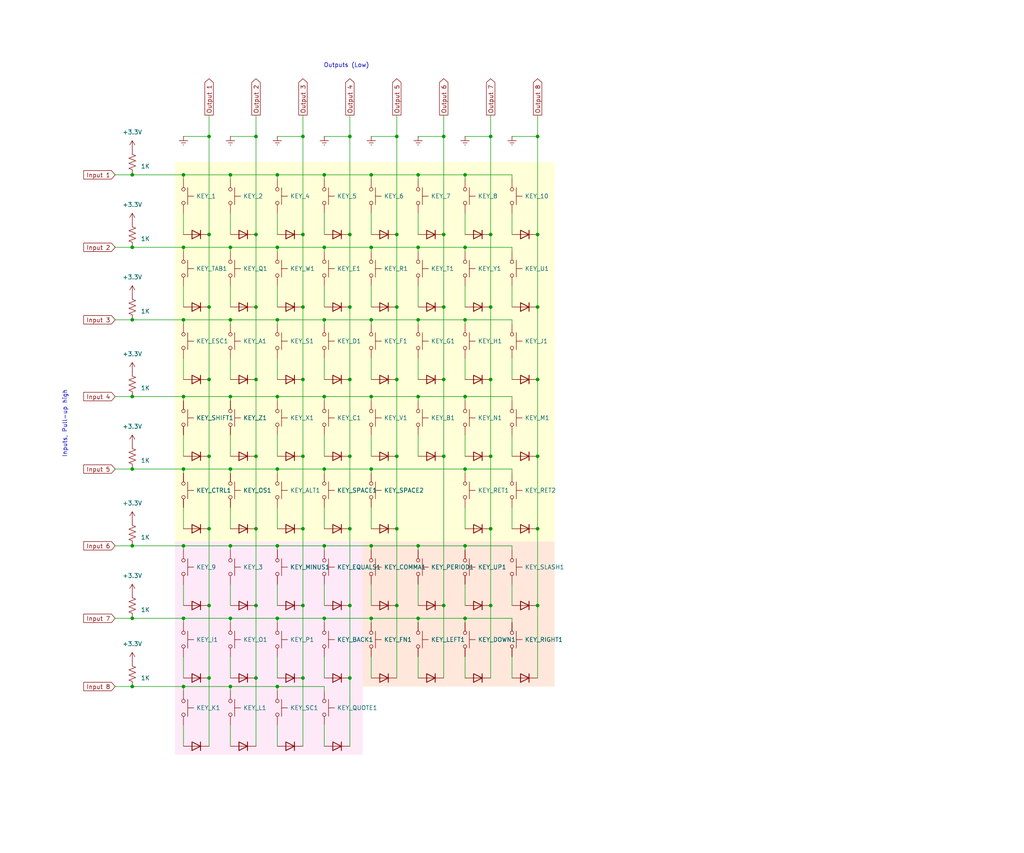
<source format=kicad_sch>
(kicad_sch (version 20250114) (generator "eeschema") (generator_version "9.0")
  (paper "User" 304.8 254)
  (rectangle (start 52.07 48.26) (end 165.1 161.29) (stroke (width -0.0001)) (fill (type color) (color 255 253 7 0.16)))
  (rectangle (start 107.95 161.29) (end 165.1 204.47) (stroke (width -0.0001)) (fill (type color) (color 255 106 27 0.16)))
  (rectangle (start 52.07 161.29) (end 107.95 224.79) (stroke (width -0.0001)) (fill (type color) (color 239 32 177 0.1)))
  (text "Inputs, Pull-up high" (at 19.304 126.238 90) (effects (font (size 1.27 1.27))))
  (text "Outputs (Low)" (at 103.124 19.558 0) (effects (font (size 1.27 1.27))))
  (junction (at 62.23 40.64))
  (junction (at 90.17 91.44))
  (junction (at 124.46 52.07))
  (junction (at 76.2 91.44))
  (junction (at 90.17 180.34))
  (junction (at 118.11 157.48))
  (junction (at 76.2 135.89))
  (junction (at 104.14 69.85))
  (junction (at 110.49 52.07))
  (junction (at 160.02 180.34))
  (junction (at 82.55 73.66))
  (junction (at 54.61 139.7))
  (junction (at 118.11 135.89))
  (junction (at 39.37 73.66))
  (junction (at 104.14 91.44))
  (junction (at 124.46 118.11))
  (junction (at 62.23 113.03))
  (junction (at 146.05 180.34))
  (junction (at 138.43 73.66))
  (junction (at 68.58 73.66))
  (junction (at 110.49 73.66))
  (junction (at 39.37 139.7))
  (junction (at 76.2 69.85))
  (junction (at 90.17 135.89))
  (junction (at 132.08 91.44))
  (junction (at 146.05 40.64))
  (junction (at 132.08 180.34))
  (junction (at 110.49 118.11))
  (junction (at 76.2 157.48))
  (junction (at 68.58 184.15))
  (junction (at 146.05 157.48))
  (junction (at 124.46 95.25))
  (junction (at 104.14 180.34))
  (junction (at 138.43 52.07))
  (junction (at 118.11 69.85))
  (junction (at 138.43 95.25))
  (junction (at 90.17 201.93))
  (junction (at 96.52 52.07))
  (junction (at 104.14 201.93))
  (junction (at 132.08 135.89))
  (junction (at 82.55 162.56))
  (junction (at 146.05 69.85))
  (junction (at 90.17 113.03))
  (junction (at 54.61 118.11))
  (junction (at 68.58 52.07))
  (junction (at 62.23 69.85))
  (junction (at 68.58 139.7))
  (junction (at 68.58 95.25))
  (junction (at 54.61 204.47))
  (junction (at 160.02 135.89))
  (junction (at 90.17 69.85))
  (junction (at 39.37 95.25))
  (junction (at 118.11 113.03))
  (junction (at 76.2 113.03))
  (junction (at 132.08 113.03))
  (junction (at 110.49 139.7))
  (junction (at 90.17 157.48))
  (junction (at 160.02 40.64))
  (junction (at 96.52 162.56))
  (junction (at 160.02 157.48))
  (junction (at 54.61 184.15))
  (junction (at 110.49 184.15))
  (junction (at 110.49 162.56))
  (junction (at 39.37 52.07))
  (junction (at 82.55 95.25))
  (junction (at 124.46 184.15))
  (junction (at 82.55 118.11))
  (junction (at 62.23 201.93))
  (junction (at 160.02 69.85))
  (junction (at 82.55 52.07))
  (junction (at 146.05 135.89))
  (junction (at 39.37 162.56))
  (junction (at 76.2 201.93))
  (junction (at 104.14 113.03))
  (junction (at 138.43 162.56))
  (junction (at 62.23 135.89))
  (junction (at 132.08 40.64))
  (junction (at 96.52 95.25))
  (junction (at 110.49 95.25))
  (junction (at 96.52 118.11))
  (junction (at 104.14 40.64))
  (junction (at 160.02 113.03))
  (junction (at 54.61 73.66))
  (junction (at 82.55 184.15))
  (junction (at 138.43 184.15))
  (junction (at 96.52 184.15))
  (junction (at 54.61 95.25))
  (junction (at 54.61 162.56))
  (junction (at 54.61 52.07))
  (junction (at 68.58 118.11))
  (junction (at 82.55 139.7))
  (junction (at 76.2 40.64))
  (junction (at 39.37 204.47))
  (junction (at 62.23 180.34))
  (junction (at 68.58 204.47))
  (junction (at 104.14 135.89))
  (junction (at 146.05 113.03))
  (junction (at 96.52 139.7))
  (junction (at 132.08 69.85))
  (junction (at 118.11 180.34))
  (junction (at 39.37 118.11))
  (junction (at 138.43 139.7))
  (junction (at 118.11 91.44))
  (junction (at 146.05 91.44))
  (junction (at 76.2 180.34))
  (junction (at 62.23 91.44))
  (junction (at 90.17 40.64))
  (junction (at 82.55 204.47))
  (junction (at 118.11 40.64))
  (junction (at 160.02 91.44))
  (junction (at 62.23 157.48))
  (junction (at 104.14 157.48))
  (junction (at 96.52 73.66))
  (junction (at 68.58 162.56))
  (junction (at 124.46 162.56))
  (junction (at 124.46 73.66))
  (junction (at 39.37 184.15))
  (junction (at 138.43 118.11))
  (wire (pts (xy 39.37 204.47) (xy 54.61 204.47)))
  (wire (pts (xy 90.17 34.29) (xy 90.17 40.64)))
  (wire (pts (xy 76.2 201.93) (xy 76.2 222.25)))
  (wire (pts (xy 124.46 52.07) (xy 138.43 52.07)))
  (wire (pts (xy 132.08 135.89) (xy 132.08 180.34)))
  (wire (pts (xy 146.05 69.85) (xy 146.05 91.44)))
  (wire (pts (xy 160.02 34.29) (xy 160.02 40.64)))
  (wire (pts (xy 62.23 34.29) (xy 62.23 40.64)))
  (wire (pts (xy 138.43 180.34) (xy 138.43 173.99)))
  (wire (pts (xy 68.58 73.66) (xy 82.55 73.66)))
  (wire (pts (xy 54.61 157.48) (xy 54.61 151.13)))
  (wire (pts (xy 152.4 119.38) (xy 152.4 118.11)))
  (wire (pts (xy 152.4 180.34) (xy 152.4 173.99)))
  (wire (pts (xy 124.46 135.89) (xy 124.46 129.54)))
  (wire (pts (xy 54.61 74.93) (xy 54.61 73.66)))
  (wire (pts (xy 138.43 163.83) (xy 138.43 162.56)))
  (wire (pts (xy 62.23 201.93) (xy 62.23 222.25)))
  (wire (pts (xy 82.55 118.11) (xy 96.52 118.11)))
  (wire (pts (xy 132.08 40.64) (xy 132.08 69.85)))
  (wire (pts (xy 104.14 113.03) (xy 104.14 135.89)))
  (wire (pts (xy 96.52 53.34) (xy 96.52 52.07)))
  (wire (pts (xy 90.17 113.03) (xy 90.17 135.89)))
  (wire (pts (xy 124.46 184.15) (xy 138.43 184.15)))
  (wire (pts (xy 96.52 74.93) (xy 96.52 73.66)))
  (wire (pts (xy 82.55 74.93) (xy 82.55 73.66)))
  (wire (pts (xy 34.29 184.15) (xy 39.37 184.15)))
  (wire (pts (xy 110.49 139.7) (xy 138.43 139.7)))
  (wire (pts (xy 34.29 118.11) (xy 39.37 118.11)))
  (wire (pts (xy 110.49 163.83) (xy 110.49 162.56)))
  (wire (pts (xy 152.4 185.42) (xy 152.4 184.15)))
  (wire (pts (xy 124.46 185.42) (xy 124.46 184.15)))
  (wire (pts (xy 68.58 96.52) (xy 68.58 95.25)))
  (wire (pts (xy 138.43 52.07) (xy 152.4 52.07)))
  (wire (pts (xy 124.46 180.34) (xy 124.46 173.99)))
  (wire (pts (xy 146.05 40.64) (xy 146.05 69.85)))
  (wire (pts (xy 110.49 162.56) (xy 124.46 162.56)))
  (wire (pts (xy 152.4 135.89) (xy 152.4 129.54)))
  (wire (pts (xy 152.4 113.03) (xy 152.4 106.68)))
  (wire (pts (xy 110.49 180.34) (xy 110.49 173.99)))
  (wire (pts (xy 54.61 52.07) (xy 68.58 52.07)))
  (wire (pts (xy 68.58 119.38) (xy 68.58 118.11)))
  (wire (pts (xy 96.52 201.93) (xy 96.52 195.58)))
  (wire (pts (xy 68.58 163.83) (xy 68.58 162.56)))
  (wire (pts (xy 124.46 163.83) (xy 124.46 162.56)))
  (wire (pts (xy 68.58 135.89) (xy 68.58 129.54)))
  (wire (pts (xy 82.55 184.15) (xy 96.52 184.15)))
  (wire (pts (xy 152.4 140.97) (xy 152.4 139.7)))
  (wire (pts (xy 110.49 73.66) (xy 124.46 73.66)))
  (wire (pts (xy 82.55 135.89) (xy 82.55 129.54)))
  (wire (pts (xy 68.58 118.11) (xy 82.55 118.11)))
  (wire (pts (xy 82.55 53.34) (xy 82.55 52.07)))
  (wire (pts (xy 110.49 74.93) (xy 110.49 73.66)))
  (wire (pts (xy 104.14 201.93) (xy 104.14 222.25)))
  (wire (pts (xy 152.4 163.83) (xy 152.4 162.56)))
  (wire (pts (xy 54.61 204.47) (xy 68.58 204.47)))
  (wire (pts (xy 96.52 185.42) (xy 96.52 184.15)))
  (wire (pts (xy 110.49 53.34) (xy 110.49 52.07)))
  (wire (pts (xy 96.52 96.52) (xy 96.52 95.25)))
  (wire (pts (xy 160.02 157.48) (xy 160.02 180.34)))
  (wire (pts (xy 39.37 162.56) (xy 54.61 162.56)))
  (wire (pts (xy 138.43 157.48) (xy 138.43 151.13)))
  (wire (pts (xy 54.61 40.64) (xy 62.23 40.64)))
  (wire (pts (xy 62.23 91.44) (xy 62.23 113.03)))
  (wire (pts (xy 54.61 135.89) (xy 54.61 129.54)))
  (wire (pts (xy 54.61 96.52) (xy 54.61 95.25)))
  (wire (pts (xy 76.2 91.44) (xy 76.2 113.03)))
  (wire (pts (xy 138.43 184.15) (xy 152.4 184.15)))
  (wire (pts (xy 118.11 34.29) (xy 118.11 40.64)))
  (wire (pts (xy 110.49 118.11) (xy 124.46 118.11)))
  (wire (pts (xy 68.58 113.03) (xy 68.58 106.68)))
  (wire (pts (xy 104.14 34.29) (xy 104.14 40.64)))
  (wire (pts (xy 96.52 113.03) (xy 96.52 106.68)))
  (wire (pts (xy 68.58 52.07) (xy 82.55 52.07)))
  (wire (pts (xy 68.58 180.34) (xy 68.58 173.99)))
  (wire (pts (xy 96.52 205.74) (xy 96.52 204.47)))
  (wire (pts (xy 54.61 185.42) (xy 54.61 184.15)))
  (wire (pts (xy 124.46 69.85) (xy 124.46 63.5)))
  (wire (pts (xy 118.11 135.89) (xy 118.11 157.48)))
  (wire (pts (xy 68.58 74.93) (xy 68.58 73.66)))
  (wire (pts (xy 146.05 135.89) (xy 146.05 157.48)))
  (wire (pts (xy 34.29 73.66) (xy 39.37 73.66)))
  (wire (pts (xy 76.2 113.03) (xy 76.2 135.89)))
  (wire (pts (xy 132.08 113.03) (xy 132.08 135.89)))
  (wire (pts (xy 90.17 180.34) (xy 90.17 201.93)))
  (wire (pts (xy 76.2 135.89) (xy 76.2 157.48)))
  (wire (pts (xy 118.11 91.44) (xy 118.11 113.03)))
  (wire (pts (xy 152.4 201.93) (xy 152.4 195.58)))
  (wire (pts (xy 124.46 53.34) (xy 124.46 52.07)))
  (wire (pts (xy 152.4 91.44) (xy 152.4 85.09)))
  (wire (pts (xy 104.14 91.44) (xy 104.14 113.03)))
  (wire (pts (xy 110.49 113.03) (xy 110.49 106.68)))
  (wire (pts (xy 118.11 180.34) (xy 118.11 201.93)))
  (wire (pts (xy 132.08 91.44) (xy 132.08 113.03)))
  (wire (pts (xy 124.46 96.52) (xy 124.46 95.25)))
  (wire (pts (xy 68.58 53.34) (xy 68.58 52.07)))
  (wire (pts (xy 68.58 139.7) (xy 82.55 139.7)))
  (wire (pts (xy 138.43 118.11) (xy 152.4 118.11)))
  (wire (pts (xy 82.55 180.34) (xy 82.55 173.99)))
  (wire (pts (xy 76.2 157.48) (xy 76.2 180.34)))
  (wire (pts (xy 132.08 180.34) (xy 132.08 201.93)))
  (wire (pts (xy 96.52 163.83) (xy 96.52 162.56)))
  (wire (pts (xy 96.52 119.38) (xy 96.52 118.11)))
  (wire (pts (xy 110.49 135.89) (xy 110.49 129.54)))
  (wire (pts (xy 90.17 91.44) (xy 90.17 113.03)))
  (wire (pts (xy 82.55 139.7) (xy 96.52 139.7)))
  (wire (pts (xy 54.61 113.03) (xy 54.61 106.68)))
  (wire (pts (xy 152.4 96.52) (xy 152.4 95.25)))
  (wire (pts (xy 96.52 52.07) (xy 110.49 52.07)))
  (wire (pts (xy 124.46 113.03) (xy 124.46 106.68)))
  (wire (pts (xy 110.49 91.44) (xy 110.49 85.09)))
  (wire (pts (xy 124.46 118.11) (xy 138.43 118.11)))
  (wire (pts (xy 118.11 69.85) (xy 118.11 91.44)))
  (wire (pts (xy 110.49 52.07) (xy 124.46 52.07)))
  (wire (pts (xy 54.61 95.25) (xy 68.58 95.25)))
  (wire (pts (xy 68.58 204.47) (xy 82.55 204.47)))
  (wire (pts (xy 152.4 53.34) (xy 152.4 52.07)))
  (wire (pts (xy 110.49 119.38) (xy 110.49 118.11)))
  (wire (pts (xy 138.43 162.56) (xy 152.4 162.56)))
  (wire (pts (xy 110.49 185.42) (xy 110.49 184.15)))
  (wire (pts (xy 34.29 139.7) (xy 39.37 139.7)))
  (wire (pts (xy 82.55 91.44) (xy 82.55 85.09)))
  (wire (pts (xy 160.02 91.44) (xy 160.02 113.03)))
  (wire (pts (xy 68.58 201.93) (xy 68.58 195.58)))
  (wire (pts (xy 68.58 40.64) (xy 76.2 40.64)))
  (wire (pts (xy 124.46 119.38) (xy 124.46 118.11)))
  (wire (pts (xy 138.43 73.66) (xy 152.4 73.66)))
  (wire (pts (xy 124.46 91.44) (xy 124.46 85.09)))
  (wire (pts (xy 160.02 113.03) (xy 160.02 135.89)))
  (wire (pts (xy 54.61 162.56) (xy 68.58 162.56)))
  (wire (pts (xy 160.02 180.34) (xy 160.02 201.93)))
  (wire (pts (xy 54.61 163.83) (xy 54.61 162.56)))
  (wire (pts (xy 82.55 95.25) (xy 96.52 95.25)))
  (wire (pts (xy 124.46 162.56) (xy 138.43 162.56)))
  (wire (pts (xy 110.49 95.25) (xy 124.46 95.25)))
  (wire (pts (xy 110.49 201.93) (xy 110.49 195.58)))
  (wire (pts (xy 104.14 40.64) (xy 104.14 69.85)))
  (wire (pts (xy 96.52 135.89) (xy 96.52 129.54)))
  (wire (pts (xy 82.55 140.97) (xy 82.55 139.7)))
  (wire (pts (xy 138.43 53.34) (xy 138.43 52.07)))
  (wire (pts (xy 124.46 73.66) (xy 138.43 73.66)))
  (wire (pts (xy 96.52 162.56) (xy 110.49 162.56)))
  (wire (pts (xy 34.29 204.47) (xy 39.37 204.47)))
  (wire (pts (xy 138.43 201.93) (xy 138.43 195.58)))
  (wire (pts (xy 68.58 184.15) (xy 82.55 184.15)))
  (wire (pts (xy 39.37 73.66) (xy 54.61 73.66)))
  (wire (pts (xy 160.02 69.85) (xy 160.02 91.44)))
  (wire (pts (xy 82.55 185.42) (xy 82.55 184.15)))
  (wire (pts (xy 104.14 157.48) (xy 104.14 180.34)))
  (wire (pts (xy 138.43 95.25) (xy 152.4 95.25)))
  (wire (pts (xy 54.61 119.38) (xy 54.61 118.11)))
  (wire (pts (xy 124.46 40.64) (xy 132.08 40.64)))
  (wire (pts (xy 54.61 184.15) (xy 68.58 184.15)))
  (wire (pts (xy 68.58 91.44) (xy 68.58 85.09)))
  (wire (pts (xy 96.52 139.7) (xy 110.49 139.7)))
  (wire (pts (xy 82.55 113.03) (xy 82.55 106.68)))
  (wire (pts (xy 62.23 113.03) (xy 62.23 135.89)))
  (wire (pts (xy 110.49 96.52) (xy 110.49 95.25)))
  (wire (pts (xy 90.17 69.85) (xy 90.17 91.44)))
  (wire (pts (xy 54.61 139.7) (xy 68.58 139.7)))
  (wire (pts (xy 82.55 52.07) (xy 96.52 52.07)))
  (wire (pts (xy 90.17 135.89) (xy 90.17 157.48)))
  (wire (pts (xy 96.52 95.25) (xy 110.49 95.25)))
  (wire (pts (xy 68.58 157.48) (xy 68.58 151.13)))
  (wire (pts (xy 138.43 69.85) (xy 138.43 63.5)))
  (wire (pts (xy 68.58 185.42) (xy 68.58 184.15)))
  (wire (pts (xy 138.43 40.64) (xy 146.05 40.64)))
  (wire (pts (xy 96.52 118.11) (xy 110.49 118.11)))
  (wire (pts (xy 118.11 113.03) (xy 118.11 135.89)))
  (wire (pts (xy 152.4 40.64) (xy 160.02 40.64)))
  (wire (pts (xy 62.23 157.48) (xy 62.23 180.34)))
  (wire (pts (xy 160.02 135.89) (xy 160.02 157.48)))
  (wire (pts (xy 82.55 73.66) (xy 96.52 73.66)))
  (wire (pts (xy 152.4 69.85) (xy 152.4 63.5)))
  (wire (pts (xy 82.55 205.74) (xy 82.55 204.47)))
  (wire (pts (xy 68.58 162.56) (xy 82.55 162.56)))
  (wire (pts (xy 138.43 119.38) (xy 138.43 118.11)))
  (wire (pts (xy 146.05 34.29) (xy 146.05 40.64)))
  (wire (pts (xy 96.52 140.97) (xy 96.52 139.7)))
  (wire (pts (xy 138.43 139.7) (xy 152.4 139.7)))
  (wire (pts (xy 90.17 40.64) (xy 90.17 69.85)))
  (wire (pts (xy 82.55 162.56) (xy 96.52 162.56)))
  (wire (pts (xy 118.11 157.48) (xy 118.11 180.34)))
  (wire (pts (xy 62.23 180.34) (xy 62.23 201.93)))
  (wire (pts (xy 104.14 69.85) (xy 104.14 91.44)))
  (wire (pts (xy 146.05 91.44) (xy 146.05 113.03)))
  (wire (pts (xy 96.52 184.15) (xy 110.49 184.15)))
  (wire (pts (xy 152.4 157.48) (xy 152.4 151.13)))
  (wire (pts (xy 54.61 180.34) (xy 54.61 173.99)))
  (wire (pts (xy 138.43 113.03) (xy 138.43 106.68)))
  (wire (pts (xy 110.49 140.97) (xy 110.49 139.7)))
  (wire (pts (xy 62.23 69.85) (xy 62.23 91.44)))
  (wire (pts (xy 82.55 157.48) (xy 82.55 151.13)))
  (wire (pts (xy 110.49 69.85) (xy 110.49 63.5)))
  (wire (pts (xy 138.43 74.93) (xy 138.43 73.66)))
  (wire (pts (xy 82.55 163.83) (xy 82.55 162.56)))
  (wire (pts (xy 96.52 40.64) (xy 104.14 40.64)))
  (wire (pts (xy 82.55 40.64) (xy 90.17 40.64)))
  (wire (pts (xy 54.61 140.97) (xy 54.61 139.7)))
  (wire (pts (xy 146.05 113.03) (xy 146.05 135.89)))
  (wire (pts (xy 82.55 96.52) (xy 82.55 95.25)))
  (wire (pts (xy 124.46 201.93) (xy 124.46 195.58)))
  (wire (pts (xy 39.37 184.15) (xy 54.61 184.15)))
  (wire (pts (xy 34.29 95.25) (xy 39.37 95.25)))
  (wire (pts (xy 54.61 222.25) (xy 54.61 215.9)))
  (wire (pts (xy 82.55 222.25) (xy 82.55 215.9)))
  (wire (pts (xy 54.61 91.44) (xy 54.61 85.09)))
  (wire (pts (xy 138.43 135.89) (xy 138.43 129.54)))
  (wire (pts (xy 54.61 201.93) (xy 54.61 195.58)))
  (wire (pts (xy 110.49 157.48) (xy 110.49 151.13)))
  (wire (pts (xy 124.46 95.25) (xy 138.43 95.25)))
  (wire (pts (xy 110.49 40.64) (xy 118.11 40.64)))
  (wire (pts (xy 82.55 204.47) (xy 96.52 204.47)))
  (wire (pts (xy 110.49 184.15) (xy 124.46 184.15)))
  (wire (pts (xy 124.46 74.93) (xy 124.46 73.66)))
  (wire (pts (xy 96.52 222.25) (xy 96.52 215.9)))
  (wire (pts (xy 96.52 91.44) (xy 96.52 85.09)))
  (wire (pts (xy 54.61 69.85) (xy 54.61 63.5)))
  (wire (pts (xy 76.2 40.64) (xy 76.2 69.85)))
  (wire (pts (xy 68.58 95.25) (xy 82.55 95.25)))
  (wire (pts (xy 68.58 205.74) (xy 68.58 204.47)))
  (wire (pts (xy 62.23 40.64) (xy 62.23 69.85)))
  (wire (pts (xy 76.2 34.29) (xy 76.2 40.64)))
  (wire (pts (xy 138.43 91.44) (xy 138.43 85.09)))
  (wire (pts (xy 96.52 73.66) (xy 110.49 73.66)))
  (wire (pts (xy 39.37 118.11) (xy 54.61 118.11)))
  (wire (pts (xy 90.17 157.48) (xy 90.17 180.34)))
  (wire (pts (xy 54.61 118.11) (xy 68.58 118.11)))
  (wire (pts (xy 104.14 180.34) (xy 104.14 201.93)))
  (wire (pts (xy 118.11 40.64) (xy 118.11 69.85)))
  (wire (pts (xy 90.17 201.93) (xy 90.17 222.25)))
  (wire (pts (xy 39.37 139.7) (xy 54.61 139.7)))
  (wire (pts (xy 96.52 157.48) (xy 96.52 151.13)))
  (wire (pts (xy 96.52 180.34) (xy 96.52 173.99)))
  (wire (pts (xy 146.05 157.48) (xy 146.05 180.34)))
  (wire (pts (xy 82.55 119.38) (xy 82.55 118.11)))
  (wire (pts (xy 160.02 40.64) (xy 160.02 69.85)))
  (wire (pts (xy 82.55 69.85) (xy 82.55 63.5)))
  (wire (pts (xy 34.29 52.07) (xy 39.37 52.07)))
  (wire (pts (xy 138.43 140.97) (xy 138.43 139.7)))
  (wire (pts (xy 62.23 135.89) (xy 62.23 157.48)))
  (wire (pts (xy 68.58 140.97) (xy 68.58 139.7)))
  (wire (pts (xy 146.05 180.34) (xy 146.05 201.93)))
  (wire (pts (xy 152.4 74.93) (xy 152.4 73.66)))
  (wire (pts (xy 132.08 34.29) (xy 132.08 40.64)))
  (wire (pts (xy 104.14 135.89) (xy 104.14 157.48)))
  (wire (pts (xy 54.61 53.34) (xy 54.61 52.07)))
  (wire (pts (xy 138.43 185.42) (xy 138.43 184.15)))
  (wire (pts (xy 54.61 205.74) (xy 54.61 204.47)))
  (wire (pts (xy 76.2 180.34) (xy 76.2 201.93)))
  (wire (pts (xy 68.58 69.85) (xy 68.58 63.5)))
  (wire (pts (xy 54.61 73.66) (xy 68.58 73.66)))
  (wire (pts (xy 39.37 52.07) (xy 54.61 52.07)))
  (wire (pts (xy 34.29 162.56) (xy 39.37 162.56)))
  (wire (pts (xy 76.2 69.85) (xy 76.2 91.44)))
  (wire (pts (xy 39.37 95.25) (xy 54.61 95.25)))
  (wire (pts (xy 96.52 69.85) (xy 96.52 63.5)))
  (wire (pts (xy 68.58 222.25) (xy 68.58 215.9)))
  (wire (pts (xy 138.43 96.52) (xy 138.43 95.25)))
  (wire (pts (xy 82.55 201.93) (xy 82.55 195.58)))
  (wire (pts (xy 132.08 69.85) (xy 132.08 91.44)))
  (global_label "Output 2" (shape output) (at 76.2 34.29 90) (property "Intersheetrefs" "${INTERSHEET_REFS}" (effects (hide yes))))
  (global_label "Output 1" (shape output) (at 62.23 34.29 90) (property "Intersheetrefs" "${INTERSHEET_REFS}" (effects (hide yes))))
  (global_label "Input 1" (shape input) (at 34.29 52.07 180) (property "Intersheetrefs" "${INTERSHEET_REFS}" (effects (hide yes))))
  (global_label "Output 6" (shape output) (at 132.08 34.29 90) (property "Intersheetrefs" "${INTERSHEET_REFS}" (effects (hide yes))))
  (global_label "Input 5" (shape input) (at 34.29 139.7 180) (property "Intersheetrefs" "${INTERSHEET_REFS}" (effects (hide yes))))
  (global_label "Output 8" (shape output) (at 160.02 34.29 90) (property "Intersheetrefs" "${INTERSHEET_REFS}" (effects (hide yes))))
  (global_label "Input 7" (shape input) (at 34.29 184.15 180) (property "Intersheetrefs" "${INTERSHEET_REFS}" (effects (hide yes))))
  (global_label "Output 5" (shape output) (at 118.11 34.29 90) (property "Intersheetrefs" "${INTERSHEET_REFS}" (effects (hide yes))))
  (global_label "Output 4" (shape output) (at 104.14 34.29 90) (property "Intersheetrefs" "${INTERSHEET_REFS}" (effects (hide yes))))
  (global_label "Output 3" (shape output) (at 90.17 34.29 90) (property "Intersheetrefs" "${INTERSHEET_REFS}" (effects (hide yes))))
  (global_label "Input 8" (shape input) (at 34.29 204.47 180) (property "Intersheetrefs" "${INTERSHEET_REFS}" (effects (hide yes))))
  (global_label "Input 6" (shape input) (at 34.29 162.56 180) (property "Intersheetrefs" "${INTERSHEET_REFS}" (effects (hide yes))))
  (global_label "Input 4" (shape input) (at 34.29 118.11 180) (property "Intersheetrefs" "${INTERSHEET_REFS}" (effects (hide yes))))
  (global_label "Input 2" (shape input) (at 34.29 73.66 180) (property "Intersheetrefs" "${INTERSHEET_REFS}" (effects (hide yes))))
  (global_label "Output 7" (shape output) (at 146.05 34.29 90) (property "Intersheetrefs" "${INTERSHEET_REFS}" (effects (hide yes))))
  (global_label "Input 3" (shape input) (at 34.29 95.25 180) (property "Intersheetrefs" "${INTERSHEET_REFS}" (effects (hide yes))))
  (symbol (lib_id "Switch:SW_Push") (at 96.52 168.91 270) (unit 1)
    (property "Reference" "KEY_EQUALS1" (at 100.33 168.9099 90) (effects (justify left)))
    (property "Value" "SW_Push" (effects (hide yes)))
    (property "Description" "Push button switch, generic, two pins" (effects (hide yes)))
  )
  (symbol (lib_id "power:+3.3V") (at 39.37 132.08 0) (unit 1)
    (property "Reference" "#PWR05" (effects (hide yes)))
    (property "Value" "+3.3V" (at 39.37 127 0))
    (property "Description" "Power symbol creates a global label with name \"+3.3V\"" (effects (hide yes)))
  )
  (symbol (lib_id "Switch:SW_Push") (at 110.49 124.46 270) (unit 1)
    (property "Reference" "KEY_V1" (at 114.3 124.4599 90) (effects (justify left)))
    (property "Value" "SW_Push" (effects (hide yes)))
    (property "Description" "Push button switch, generic, two pins" (effects (hide yes)))
  )
  (symbol (lib_id "Device:D") (at 156.21 157.48 180) (unit 1)
    (property "Reference" "D40" (effects (hide yes)))
    (property "Value" "D" (effects (hide yes)))
    (property "Description" "Diode" (effects (hide yes)))
    (property "Sim.Device" "D" (effects (hide yes)))
    (property "Sim.Pins" "1=K 2=A" (effects (hide yes)))
  )
  (symbol (lib_id "Device:D") (at 114.3 135.89 180) (unit 1)
    (property "Reference" "D29" (effects (hide yes)))
    (property "Value" "D" (effects (hide yes)))
    (property "Description" "Diode" (effects (hide yes)))
    (property "Sim.Device" "D" (effects (hide yes)))
    (property "Sim.Pins" "1=K 2=A" (effects (hide yes)))
  )
  (symbol (lib_id "Device:D") (at 100.33 91.44 180) (unit 1)
    (property "Reference" "D12" (effects (hide yes)))
    (property "Value" "D" (effects (hide yes)))
    (property "Description" "Diode" (effects (hide yes)))
    (property "Sim.Device" "D" (effects (hide yes)))
    (property "Sim.Pins" "1=K 2=A" (effects (hide yes)))
  )
  (symbol (lib_id "Switch:SW_Push") (at 68.58 210.82 270) (unit 1)
    (property "Reference" "KEY_L1" (at 72.39 210.8199 90) (effects (justify left)))
    (property "Value" "SW_Push" (effects (hide yes)))
    (property "Description" "Push button switch, generic, two pins" (effects (hide yes)))
  )
  (symbol (lib_id "Device:D") (at 100.33 157.48 180) (unit 1)
    (property "Reference" "D36" (effects (hide yes)))
    (property "Value" "D" (effects (hide yes)))
    (property "Description" "Diode" (effects (hide yes)))
    (property "Sim.Device" "D" (effects (hide yes)))
    (property "Sim.Pins" "1=K 2=A" (effects (hide yes)))
  )
  (symbol (lib_id "Switch:SW_Push") (at 82.55 168.91 270) (unit 1)
    (property "Reference" "KEY_MINUS1" (at 86.36 168.9099 90) (effects (justify left)))
    (property "Value" "SW_Push" (effects (hide yes)))
    (property "Description" "Push button switch, generic, two pins" (effects (hide yes)))
  )
  (symbol (lib_id "Switch:SW_Push") (at 138.43 168.91 270) (unit 1)
    (property "Reference" "KEY_UP1" (at 142.24 168.9099 90) (effects (justify left)))
    (property "Value" "SW_Push" (effects (hide yes)))
    (property "Description" "Push button switch, generic, two pins" (effects (hide yes)))
  )
  (symbol (lib_id "Device:D") (at 86.36 180.34 180) (unit 1)
    (property "Reference" "D43" (effects (hide yes)))
    (property "Value" "D" (effects (hide yes)))
    (property "Description" "Diode" (effects (hide yes)))
    (property "Sim.Device" "D" (effects (hide yes)))
    (property "Sim.Pins" "1=K 2=A" (effects (hide yes)))
  )
  (symbol (lib_id "Switch:SW_Push") (at 152.4 58.42 270) (unit 1)
    (property "Reference" "KEY_10" (at 156.21 58.4199 90) (effects (justify left)))
    (property "Value" "SW_Push" (effects (hide yes)))
    (property "Description" "Push button switch, generic, two pins" (effects (hide yes)))
  )
  (symbol (lib_id "Device:D") (at 128.27 91.44 180) (unit 1)
    (property "Reference" "D14" (effects (hide yes)))
    (property "Value" "D" (effects (hide yes)))
    (property "Description" "Diode" (effects (hide yes)))
    (property "Sim.Device" "D" (effects (hide yes)))
    (property "Sim.Pins" "1=K 2=A" (effects (hide yes)))
  )
  (symbol (lib_id "Switch:SW_Push") (at 124.46 124.46 270) (unit 1)
    (property "Reference" "KEY_B1" (at 128.27 124.4599 90) (effects (justify left)))
    (property "Value" "SW_Push" (effects (hide yes)))
    (property "Description" "Push button switch, generic, two pins" (effects (hide yes)))
  )
  (symbol (lib_id "Switch:SW_Push") (at 68.58 58.42 270) (unit 1)
    (property "Reference" "KEY_2" (at 72.39 58.4199 90) (effects (justify left)))
    (property "Value" "SW_Push" (effects (hide yes)))
    (property "Description" "Push button switch, generic, two pins" (effects (hide yes)))
  )
  (symbol (lib_id "Switch:SW_Push") (at 82.55 80.01 270) (unit 1)
    (property "Reference" "KEY_W1" (at 86.36 80.0099 90) (effects (justify left)))
    (property "Value" "SW_Push" (effects (hide yes)))
    (property "Description" "Push button switch, generic, two pins" (effects (hide yes)))
  )
  (symbol (lib_id "Switch:SW_Push") (at 152.4 190.5 270) (unit 1)
    (property "Reference" "KEY_RIGHT1" (at 156.21 190.4999 90) (effects (justify left)))
    (property "Value" "SW_Push" (effects (hide yes)))
    (property "Description" "Push button switch, generic, two pins" (effects (hide yes)))
  )
  (symbol (lib_id "power:GNDREF") (at 110.49 40.64 0) (unit 1)
    (property "Reference" "#PWR013" (effects (hide yes)))
    (property "Value" "GNDREF" (effects (hide yes)))
    (property "Description" "Power symbol creates a global label with name \"GNDREF\" , reference supply ground" (effects (hide yes)))
  )
  (symbol (lib_id "Device:D") (at 142.24 180.34 180) (unit 1)
    (property "Reference" "D47" (effects (hide yes)))
    (property "Value" "D" (effects (hide yes)))
    (property "Description" "Diode" (effects (hide yes)))
    (property "Sim.Device" "D" (effects (hide yes)))
    (property "Sim.Pins" "1=K 2=A" (effects (hide yes)))
  )
  (symbol (lib_id "Device:D") (at 86.36 91.44 180) (unit 1)
    (property "Reference" "D11" (effects (hide yes)))
    (property "Value" "D" (effects (hide yes)))
    (property "Description" "Diode" (effects (hide yes)))
    (property "Sim.Device" "D" (effects (hide yes)))
    (property "Sim.Pins" "1=K 2=A" (effects (hide yes)))
  )
  (symbol (lib_id "Device:D") (at 156.21 201.93 180) (unit 1)
    (property "Reference" "D56" (effects (hide yes)))
    (property "Value" "D" (effects (hide yes)))
    (property "Description" "Diode" (effects (hide yes)))
    (property "Sim.Device" "D" (effects (hide yes)))
    (property "Sim.Pins" "1=K 2=A" (effects (hide yes)))
  )
  (symbol (lib_id "Device:D") (at 156.21 69.85 180) (unit 1)
    (property "Reference" "D8" (effects (hide yes)))
    (property "Value" "D" (effects (hide yes)))
    (property "Description" "Diode" (effects (hide yes)))
    (property "Sim.Device" "D" (effects (hide yes)))
    (property "Sim.Pins" "1=K 2=A" (effects (hide yes)))
  )
  (symbol (lib_id "Switch:SW_Push") (at 152.4 101.6 270) (unit 1)
    (property "Reference" "KEY_J1" (at 156.21 101.5999 90) (effects (justify left)))
    (property "Value" "SW_Push" (effects (hide yes)))
    (property "Description" "Push button switch, generic, two pins" (effects (hide yes)))
  )
  (symbol (lib_id "Device:D") (at 72.39 113.03 180) (unit 1)
    (property "Reference" "D18" (effects (hide yes)))
    (property "Value" "D" (effects (hide yes)))
    (property "Description" "Diode" (effects (hide yes)))
    (property "Sim.Device" "D" (effects (hide yes)))
    (property "Sim.Pins" "1=K 2=A" (effects (hide yes)))
  )
  (symbol (lib_id "Switch:SW_Push") (at 138.43 58.42 270) (unit 1)
    (property "Reference" "KEY_8" (at 142.24 58.4199 90) (effects (justify left)))
    (property "Value" "SW_Push" (effects (hide yes)))
    (property "Description" "Push button switch, generic, two pins" (effects (hide yes)))
  )
  (symbol (lib_id "Device:D") (at 142.24 69.85 180) (unit 1)
    (property "Reference" "D7" (effects (hide yes)))
    (property "Value" "D" (effects (hide yes)))
    (property "Description" "Diode" (effects (hide yes)))
    (property "Sim.Device" "D" (effects (hide yes)))
    (property "Sim.Pins" "1=K 2=A" (effects (hide yes)))
  )
  (symbol (lib_id "Device:D") (at 72.39 222.25 180) (unit 1)
    (property "Reference" "D58" (effects (hide yes)))
    (property "Value" "D" (effects (hide yes)))
    (property "Description" "Diode" (effects (hide yes)))
    (property "Sim.Device" "D" (effects (hide yes)))
    (property "Sim.Pins" "1=K 2=A" (effects (hide yes)))
  )
  (symbol (lib_id "Device:D") (at 114.3 157.48 180) (unit 1)
    (property "Reference" "D37" (effects (hide yes)))
    (property "Value" "D" (effects (hide yes)))
    (property "Description" "Diode" (effects (hide yes)))
    (property "Sim.Device" "D" (effects (hide yes)))
    (property "Sim.Pins" "1=K 2=A" (effects (hide yes)))
  )
  (symbol (lib_id "Switch:SW_Push") (at 96.52 124.46 270) (unit 1)
    (property "Reference" "KEY_C1" (at 100.33 124.4599 90) (effects (justify left)))
    (property "Value" "SW_Push" (effects (hide yes)))
    (property "Description" "Push button switch, generic, two pins" (effects (hide yes)))
  )
  (symbol (lib_id "Device:D") (at 114.3 201.93 180) (unit 1)
    (property "Reference" "D53" (effects (hide yes)))
    (property "Value" "D" (effects (hide yes)))
    (property "Description" "Diode" (effects (hide yes)))
    (property "Sim.Device" "D" (effects (hide yes)))
    (property "Sim.Pins" "1=K 2=A" (effects (hide yes)))
  )
  (symbol (lib_id "Device:D") (at 58.42 201.93 180) (unit 1)
    (property "Reference" "D49" (effects (hide yes)))
    (property "Value" "D" (effects (hide yes)))
    (property "Description" "Diode" (effects (hide yes)))
    (property "Sim.Device" "D" (effects (hide yes)))
    (property "Sim.Pins" "1=K 2=A" (effects (hide yes)))
  )
  (symbol (lib_id "Switch:SW_Push") (at 138.43 146.05 270) (unit 1)
    (property "Reference" "KEY_RET1" (at 142.24 146.0499 90) (effects (justify left)))
    (property "Value" "SW_Push" (effects (hide yes)))
    (property "Description" "Push button switch, generic, two pins" (effects (hide yes)))
  )
  (symbol (lib_id "Device:D") (at 100.33 180.34 180) (unit 1)
    (property "Reference" "D44" (effects (hide yes)))
    (property "Value" "D" (effects (hide yes)))
    (property "Description" "Diode" (effects (hide yes)))
    (property "Sim.Device" "D" (effects (hide yes)))
    (property "Sim.Pins" "1=K 2=A" (effects (hide yes)))
  )
  (symbol (lib_id "Device:D") (at 128.27 201.93 180) (unit 1)
    (property "Reference" "D54" (effects (hide yes)))
    (property "Value" "D" (effects (hide yes)))
    (property "Description" "Diode" (effects (hide yes)))
    (property "Sim.Device" "D" (effects (hide yes)))
    (property "Sim.Pins" "1=K 2=A" (effects (hide yes)))
  )
  (symbol (lib_id "Device:D") (at 86.36 222.25 180) (unit 1)
    (property "Reference" "D59" (effects (hide yes)))
    (property "Value" "D" (effects (hide yes)))
    (property "Description" "Diode" (effects (hide yes)))
    (property "Sim.Device" "D" (effects (hide yes)))
    (property "Sim.Pins" "1=K 2=A" (effects (hide yes)))
  )
  (symbol (lib_id "Device:D") (at 58.42 135.89 180) (unit 1)
    (property "Reference" "D25" (effects (hide yes)))
    (property "Value" "D" (effects (hide yes)))
    (property "Description" "Diode" (effects (hide yes)))
    (property "Sim.Device" "D" (effects (hide yes)))
    (property "Sim.Pins" "1=K 2=A" (effects (hide yes)))
  )
  (symbol (lib_id "power:+3.3V") (at 39.37 176.53 0) (unit 1)
    (property "Reference" "#PWR07" (effects (hide yes)))
    (property "Value" "+3.3V" (at 39.37 171.45 0))
    (property "Description" "Power symbol creates a global label with name \"+3.3V\"" (effects (hide yes)))
  )
  (symbol (lib_id "Switch:SW_Push") (at 68.58 124.46 270) (unit 1)
    (property "Reference" "KEY_Z1" (at 72.39 124.4599 90) (effects (justify left)))
    (property "Value" "SW_Push" (effects (hide yes)))
    (property "Description" "Push button switch, generic, two pins" (effects (hide yes)))
  )
  (symbol (lib_id "Device:D") (at 100.33 69.85 180) (unit 1)
    (property "Reference" "D4" (effects (hide yes)))
    (property "Value" "D" (effects (hide yes)))
    (property "Description" "Diode" (effects (hide yes)))
    (property "Sim.Device" "D" (effects (hide yes)))
    (property "Sim.Pins" "1=K 2=A" (effects (hide yes)))
  )
  (symbol (lib_id "Switch:SW_Push") (at 54.61 210.82 270) (unit 1)
    (property "Reference" "KEY_K1" (at 58.42 210.8199 90) (effects (justify left)))
    (property "Value" "SW_Push" (effects (hide yes)))
    (property "Description" "Push button switch, generic, two pins" (effects (hide yes)))
  )
  (symbol (lib_id "power:GNDREF") (at 82.55 40.64 0) (unit 1)
    (property "Reference" "#PWR011" (effects (hide yes)))
    (property "Value" "GNDREF" (effects (hide yes)))
    (property "Description" "Power symbol creates a global label with name \"GNDREF\" , reference supply ground" (effects (hide yes)))
  )
  (symbol (lib_id "Switch:SW_Push") (at 152.4 80.01 270) (unit 1)
    (property "Reference" "KEY_U1" (at 156.21 80.0099 90) (effects (justify left)))
    (property "Value" "SW_Push" (effects (hide yes)))
    (property "Description" "Push button switch, generic, two pins" (effects (hide yes)))
  )
  (symbol (lib_id "power:GNDREF") (at 68.58 40.64 0) (unit 1)
    (property "Reference" "#PWR010" (effects (hide yes)))
    (property "Value" "GNDREF" (effects (hide yes)))
    (property "Description" "Power symbol creates a global label with name \"GNDREF\" , reference supply ground" (effects (hide yes)))
  )
  (symbol (lib_id "power:GNDREF") (at 54.61 40.64 0) (unit 1)
    (property "Reference" "#PWR09" (effects (hide yes)))
    (property "Value" "GNDREF" (effects (hide yes)))
    (property "Description" "Power symbol creates a global label with name \"GNDREF\" , reference supply ground" (effects (hide yes)))
  )
  (symbol (lib_id "Switch:SW_Push") (at 110.49 168.91 270) (unit 1)
    (property "Reference" "KEY_COMMA1" (at 114.3 168.9099 90) (effects (justify left)))
    (property "Value" "SW_Push" (effects (hide yes)))
    (property "Description" "Push button switch, generic, two pins" (effects (hide yes)))
  )
  (symbol (lib_id "Device:D") (at 72.39 201.93 180) (unit 1)
    (property "Reference" "D50" (effects (hide yes)))
    (property "Value" "D" (effects (hide yes)))
    (property "Description" "Diode" (effects (hide yes)))
    (property "Sim.Device" "D" (effects (hide yes)))
    (property "Sim.Pins" "1=K 2=A" (effects (hide yes)))
  )
  (symbol (lib_id "Device:D") (at 156.21 91.44 180) (unit 1)
    (property "Reference" "D16" (effects (hide yes)))
    (property "Value" "D" (effects (hide yes)))
    (property "Description" "Diode" (effects (hide yes)))
    (property "Sim.Device" "D" (effects (hide yes)))
    (property "Sim.Pins" "1=K 2=A" (effects (hide yes)))
  )
  (symbol (lib_id "Device:D") (at 128.27 135.89 180) (unit 1)
    (property "Reference" "D30" (effects (hide yes)))
    (property "Value" "D" (effects (hide yes)))
    (property "Description" "Diode" (effects (hide yes)))
    (property "Sim.Device" "D" (effects (hide yes)))
    (property "Sim.Pins" "1=K 2=A" (effects (hide yes)))
  )
  (symbol (lib_id "Switch:SW_Push") (at 82.55 146.05 270) (unit 1)
    (property "Reference" "KEY_ALT1" (at 86.36 146.0499 90) (effects (justify left)))
    (property "Value" "SW_Push" (effects (hide yes)))
    (property "Description" "Push button switch, generic, two pins" (effects (hide yes)))
  )
  (symbol (lib_id "Device:D") (at 72.39 69.85 180) (unit 1)
    (property "Reference" "D2" (effects (hide yes)))
    (property "Value" "D" (effects (hide yes)))
    (property "Description" "Diode" (effects (hide yes)))
    (property "Sim.Device" "D" (effects (hide yes)))
    (property "Sim.Pins" "1=K 2=A" (effects (hide yes)))
  )
  (symbol (lib_id "Device:D") (at 142.24 113.03 180) (unit 1)
    (property "Reference" "D23" (effects (hide yes)))
    (property "Value" "D" (effects (hide yes)))
    (property "Description" "Diode" (effects (hide yes)))
    (property "Sim.Device" "D" (effects (hide yes)))
    (property "Sim.Pins" "1=K 2=A" (effects (hide yes)))
  )
  (symbol (lib_id "Switch:SW_Push") (at 96.52 58.42 270) (unit 1)
    (property "Reference" "KEY_5" (at 100.33 58.4199 90) (effects (justify left)))
    (property "Value" "SW_Push" (effects (hide yes)))
    (property "Description" "Push button switch, generic, two pins" (effects (hide yes)))
  )
  (symbol (lib_id "Device:D") (at 142.24 91.44 180) (unit 1)
    (property "Reference" "D15" (effects (hide yes)))
    (property "Value" "D" (effects (hide yes)))
    (property "Description" "Diode" (effects (hide yes)))
    (property "Sim.Device" "D" (effects (hide yes)))
    (property "Sim.Pins" "1=K 2=A" (effects (hide yes)))
  )
  (symbol (lib_id "Switch:SW_Push") (at 96.52 146.05 270) (unit 1)
    (property "Reference" "KEY_SPACE1" (at 100.33 146.0499 90) (effects (justify left)))
    (property "Value" "SW_Push" (effects (hide yes)))
    (property "Description" "Push button switch, generic, two pins" (effects (hide yes)))
  )
  (symbol (lib_id "power:+3.3V") (at 39.37 87.63 0) (unit 1)
    (property "Reference" "#PWR03" (effects (hide yes)))
    (property "Value" "+3.3V" (at 39.37 82.55 0))
    (property "Description" "Power symbol creates a global label with name \"+3.3V\"" (effects (hide yes)))
  )
  (symbol (lib_id "Device:D") (at 58.42 157.48 180) (unit 1)
    (property "Reference" "D33" (effects (hide yes)))
    (property "Value" "D" (effects (hide yes)))
    (property "Description" "Diode" (effects (hide yes)))
    (property "Sim.Device" "D" (effects (hide yes)))
    (property "Sim.Pins" "1=K 2=A" (effects (hide yes)))
  )
  (symbol (lib_id "Switch:SW_Push") (at 110.49 190.5 270) (unit 1)
    (property "Reference" "KEY_FN1" (at 114.3 190.4999 90) (effects (justify left)))
    (property "Value" "SW_Push" (effects (hide yes)))
    (property "Description" "Push button switch, generic, two pins" (effects (hide yes)))
  )
  (symbol (lib_id "power:GNDREF") (at 124.46 40.64 0) (unit 1)
    (property "Reference" "#PWR014" (effects (hide yes)))
    (property "Value" "GNDREF" (effects (hide yes)))
    (property "Description" "Power symbol creates a global label with name \"GNDREF\" , reference supply ground" (effects (hide yes)))
  )
  (symbol (lib_id "Switch:SW_Push") (at 68.58 101.6 270) (unit 1)
    (property "Reference" "KEY_A1" (at 72.39 101.5999 90) (effects (justify left)))
    (property "Value" "SW_Push" (effects (hide yes)))
    (property "Description" "Push button switch, generic, two pins" (effects (hide yes)))
  )
  (symbol (lib_id "Switch:SW_Push") (at 54.61 101.6 270) (unit 1)
    (property "Reference" "KEY_ESC1" (at 58.42 101.5999 90) (effects (justify left)))
    (property "Value" "SW_Push" (effects (hide yes)))
    (property "Description" "Push button switch, generic, two pins" (effects (hide yes)))
  )
  (symbol (lib_id "Switch:SW_Push") (at 110.49 58.42 270) (unit 1)
    (property "Reference" "KEY_6" (at 114.3 58.4199 90) (effects (justify left)))
    (property "Value" "SW_Push" (effects (hide yes)))
    (property "Description" "Push button switch, generic, two pins" (effects (hide yes)))
  )
  (symbol (lib_id "Device:R_US") (at 39.37 180.34 0) (unit 1)
    (property "Reference" "Pull-Up7" (effects (hide yes)))
    (property "Value" "1K" (at 41.91 181.6099 0) (effects (justify left)))
    (property "Description" "Resistor, US symbol" (effects (hide yes)))
  )
  (symbol (lib_id "Device:D") (at 128.27 69.85 180) (unit 1)
    (property "Reference" "D6" (effects (hide yes)))
    (property "Value" "D" (effects (hide yes)))
    (property "Description" "Diode" (effects (hide yes)))
    (property "Sim.Device" "D" (effects (hide yes)))
    (property "Sim.Pins" "1=K 2=A" (effects (hide yes)))
  )
  (symbol (lib_id "power:GNDREF") (at 96.52 40.64 0) (unit 1)
    (property "Reference" "#PWR012" (effects (hide yes)))
    (property "Value" "GNDREF" (effects (hide yes)))
    (property "Description" "Power symbol creates a global label with name \"GNDREF\" , reference supply ground" (effects (hide yes)))
  )
  (symbol (lib_id "Device:D") (at 114.3 180.34 180) (unit 1)
    (property "Reference" "D45" (effects (hide yes)))
    (property "Value" "D" (effects (hide yes)))
    (property "Description" "Diode" (effects (hide yes)))
    (property "Sim.Device" "D" (effects (hide yes)))
    (property "Sim.Pins" "1=K 2=A" (effects (hide yes)))
  )
  (symbol (lib_id "Switch:SW_Push") (at 124.46 80.01 270) (unit 1)
    (property "Reference" "KEY_T1" (at 128.27 80.0099 90) (effects (justify left)))
    (property "Value" "SW_Push" (effects (hide yes)))
    (property "Description" "Push button switch, generic, two pins" (effects (hide yes)))
  )
  (symbol (lib_id "Switch:SW_Push") (at 138.43 80.01 270) (unit 1)
    (property "Reference" "KEY_Y1" (at 142.24 80.0099 90) (effects (justify left)))
    (property "Value" "SW_Push" (effects (hide yes)))
    (property "Description" "Push button switch, generic, two pins" (effects (hide yes)))
  )
  (symbol (lib_id "Switch:SW_Push") (at 68.58 146.05 270) (unit 1)
    (property "Reference" "KEY_OS1" (at 72.39 146.0499 90) (effects (justify left)))
    (property "Value" "SW_Push" (effects (hide yes)))
    (property "Description" "Push button switch, generic, two pins" (effects (hide yes)))
  )
  (symbol (lib_id "power:+3.3V") (at 39.37 196.85 0) (unit 1)
    (property "Reference" "#PWR08" (effects (hide yes)))
    (property "Value" "+3.3V" (at 39.37 191.77 0))
    (property "Description" "Power symbol creates a global label with name \"+3.3V\"" (effects (hide yes)))
  )
  (symbol (lib_id "Device:D") (at 142.24 135.89 180) (unit 1)
    (property "Reference" "D31" (effects (hide yes)))
    (property "Value" "D" (effects (hide yes)))
    (property "Description" "Diode" (effects (hide yes)))
    (property "Sim.Device" "D" (effects (hide yes)))
    (property "Sim.Pins" "1=K 2=A" (effects (hide yes)))
  )
  (symbol (lib_id "Device:D") (at 86.36 69.85 180) (unit 1)
    (property "Reference" "D3" (effects (hide yes)))
    (property "Value" "D" (effects (hide yes)))
    (property "Description" "Diode" (effects (hide yes)))
    (property "Sim.Device" "D" (effects (hide yes)))
    (property "Sim.Pins" "1=K 2=A" (effects (hide yes)))
  )
  (symbol (lib_id "Switch:SW_Push") (at 124.46 190.5 270) (unit 1)
    (property "Reference" "KEY_LEFT1" (at 128.27 190.4999 90) (effects (justify left)))
    (property "Value" "SW_Push" (effects (hide yes)))
    (property "Description" "Push button switch, generic, two pins" (effects (hide yes)))
  )
  (symbol (lib_id "Device:R_US") (at 39.37 200.66 0) (unit 1)
    (property "Reference" "Pull-Up8" (effects (hide yes)))
    (property "Value" "1K" (at 41.91 201.9299 0) (effects (justify left)))
    (property "Description" "Resistor, US symbol" (effects (hide yes)))
  )
  (symbol (lib_id "Device:D") (at 128.27 180.34 180) (unit 1)
    (property "Reference" "D46" (effects (hide yes)))
    (property "Value" "D" (effects (hide yes)))
    (property "Description" "Diode" (effects (hide yes)))
    (property "Sim.Device" "D" (effects (hide yes)))
    (property "Sim.Pins" "1=K 2=A" (effects (hide yes)))
  )
  (symbol (lib_id "Switch:SW_Push") (at 124.46 101.6 270) (unit 1)
    (property "Reference" "KEY_G1" (at 128.27 101.5999 90) (effects (justify left)))
    (property "Value" "SW_Push" (effects (hide yes)))
    (property "Description" "Push button switch, generic, two pins" (effects (hide yes)))
  )
  (symbol (lib_id "Device:D") (at 100.33 222.25 180) (unit 1)
    (property "Reference" "D60" (effects (hide yes)))
    (property "Value" "D" (effects (hide yes)))
    (property "Description" "Diode" (effects (hide yes)))
    (property "Sim.Device" "D" (effects (hide yes)))
    (property "Sim.Pins" "1=K 2=A" (effects (hide yes)))
  )
  (symbol (lib_id "Device:D") (at 100.33 135.89 180) (unit 1)
    (property "Reference" "D28" (effects (hide yes)))
    (property "Value" "D" (effects (hide yes)))
    (property "Description" "Diode" (effects (hide yes)))
    (property "Sim.Device" "D" (effects (hide yes)))
    (property "Sim.Pins" "1=K 2=A" (effects (hide yes)))
  )
  (symbol (lib_id "Switch:SW_Push") (at 124.46 168.91 270) (unit 1)
    (property "Reference" "KEY_PERIOD1" (at 128.27 168.9099 90) (effects (justify left)))
    (property "Value" "SW_Push" (effects (hide yes)))
    (property "Description" "Push button switch, generic, two pins" (effects (hide yes)))
  )
  (symbol (lib_id "Switch:SW_Push") (at 54.61 58.42 270) (unit 1)
    (property "Reference" "KEY_1" (at 58.42 58.4199 90) (effects (justify left)))
    (property "Value" "SW_Push" (effects (hide yes)))
    (property "Description" "Push button switch, generic, two pins" (effects (hide yes)))
  )
  (symbol (lib_id "Device:D") (at 156.21 180.34 180) (unit 1)
    (property "Reference" "D48" (effects (hide yes)))
    (property "Value" "D" (effects (hide yes)))
    (property "Description" "Diode" (effects (hide yes)))
    (property "Sim.Device" "D" (effects (hide yes)))
    (property "Sim.Pins" "1=K 2=A" (effects (hide yes)))
  )
  (symbol (lib_id "Switch:SW_Push") (at 124.46 58.42 270) (unit 1)
    (property "Reference" "KEY_7" (at 128.27 58.4199 90) (effects (justify left)))
    (property "Value" "SW_Push" (effects (hide yes)))
    (property "Description" "Push button switch, generic, two pins" (effects (hide yes)))
  )
  (symbol (lib_id "Device:D") (at 58.42 69.85 180) (unit 1)
    (property "Reference" "D1" (effects (hide yes)))
    (property "Value" "D" (effects (hide yes)))
    (property "Description" "Diode" (effects (hide yes)))
    (property "Sim.Device" "D" (effects (hide yes)))
    (property "Sim.Pins" "1=K 2=A" (effects (hide yes)))
  )
  (symbol (lib_id "Switch:SW_Push") (at 138.43 124.46 270) (unit 1)
    (property "Reference" "KEY_N1" (at 142.24 124.4599 90) (effects (justify left)))
    (property "Value" "SW_Push" (effects (hide yes)))
    (property "Description" "Push button switch, generic, two pins" (effects (hide yes)))
  )
  (symbol (lib_id "Device:D") (at 86.36 113.03 180) (unit 1)
    (property "Reference" "D19" (effects (hide yes)))
    (property "Value" "D" (effects (hide yes)))
    (property "Description" "Diode" (effects (hide yes)))
    (property "Sim.Device" "D" (effects (hide yes)))
    (property "Sim.Pins" "1=K 2=A" (effects (hide yes)))
  )
  (symbol (lib_id "Switch:SW_Push") (at 54.61 146.05 270) (unit 1)
    (property "Reference" "KEY_CTRL1" (at 58.42 146.0499 90) (effects (justify left)))
    (property "Value" "SW_Push" (effects (hide yes)))
    (property "Description" "Push button switch, generic, two pins" (effects (hide yes)))
  )
  (symbol (lib_id "power:+3.3V") (at 39.37 66.04 0) (unit 1)
    (property "Reference" "#PWR02" (effects (hide yes)))
    (property "Value" "+3.3V" (at 39.37 60.96 0))
    (property "Description" "Power symbol creates a global label with name \"+3.3V\"" (effects (hide yes)))
  )
  (symbol (lib_id "power:+3.3V") (at 39.37 44.45 0) (unit 1)
    (property "Reference" "#PWR01" (effects (hide yes)))
    (property "Value" "+3.3V" (at 39.37 39.37 0))
    (property "Description" "Power symbol creates a global label with name \"+3.3V\"" (effects (hide yes)))
  )
  (symbol (lib_id "Device:D") (at 58.42 91.44 180) (unit 1)
    (property "Reference" "D9" (effects (hide yes)))
    (property "Value" "D" (effects (hide yes)))
    (property "Description" "Diode" (effects (hide yes)))
    (property "Sim.Device" "D" (effects (hide yes)))
    (property "Sim.Pins" "1=K 2=A" (effects (hide yes)))
  )
  (symbol (lib_id "Device:R_US") (at 39.37 114.3 0) (unit 1)
    (property "Reference" "Pull-Up4" (effects (hide yes)))
    (property "Value" "1K" (at 41.91 115.5699 0) (effects (justify left)))
    (property "Description" "Resistor, US symbol" (effects (hide yes)))
  )
  (symbol (lib_id "Device:R_US") (at 39.37 158.75 0) (unit 1)
    (property "Reference" "Pull-Up6" (effects (hide yes)))
    (property "Value" "1K" (at 41.91 160.0199 0) (effects (justify left)))
    (property "Description" "Resistor, US symbol" (effects (hide yes)))
  )
  (symbol (lib_id "Switch:SW_Push") (at 68.58 168.91 270) (unit 1)
    (property "Reference" "KEY_3" (at 72.39 168.9099 90) (effects (justify left)))
    (property "Value" "SW_Push" (effects (hide yes)))
    (property "Description" "Push button switch, generic, two pins" (effects (hide yes)))
  )
  (symbol (lib_id "Device:D") (at 114.3 69.85 180) (unit 1)
    (property "Reference" "D5" (effects (hide yes)))
    (property "Value" "D" (effects (hide yes)))
    (property "Description" "Diode" (effects (hide yes)))
    (property "Sim.Device" "D" (effects (hide yes)))
    (property "Sim.Pins" "1=K 2=A" (effects (hide yes)))
  )
  (symbol (lib_id "Switch:SW_Push") (at 82.55 190.5 270) (unit 1)
    (property "Reference" "KEY_P1" (at 86.36 190.4999 90) (effects (justify left)))
    (property "Value" "SW_Push" (effects (hide yes)))
    (property "Description" "Push button switch, generic, two pins" (effects (hide yes)))
  )
  (symbol (lib_id "Switch:SW_Push") (at 152.4 124.46 270) (unit 1)
    (property "Reference" "KEY_M1" (at 156.21 124.4599 90) (effects (justify left)))
    (property "Value" "SW_Push" (effects (hide yes)))
    (property "Description" "Push button switch, generic, two pins" (effects (hide yes)))
  )
  (symbol (lib_id "Device:R_US") (at 39.37 69.85 0) (unit 1)
    (property "Reference" "Pull-Up2" (effects (hide yes)))
    (property "Value" "1K" (at 41.91 71.1199 0) (effects (justify left)))
    (property "Description" "Resistor, US symbol" (effects (hide yes)))
  )
  (symbol (lib_id "Switch:SW_Push") (at 54.61 190.5 270) (unit 1)
    (property "Reference" "KEY_I1" (at 58.42 190.4999 90) (effects (justify left)))
    (property "Value" "SW_Push" (effects (hide yes)))
    (property "Description" "Push button switch, generic, two pins" (effects (hide yes)))
  )
  (symbol (lib_id "Device:D") (at 142.24 201.93 180) (unit 1)
    (property "Reference" "D55" (effects (hide yes)))
    (property "Value" "D" (effects (hide yes)))
    (property "Description" "Diode" (effects (hide yes)))
    (property "Sim.Device" "D" (effects (hide yes)))
    (property "Sim.Pins" "1=K 2=A" (effects (hide yes)))
  )
  (symbol (lib_id "Switch:SW_Push") (at 96.52 210.82 270) (unit 1)
    (property "Reference" "KEY_QUOTE1" (at 100.33 210.8199 90) (effects (justify left)))
    (property "Value" "SW_Push" (effects (hide yes)))
    (property "Description" "Push button switch, generic, two pins" (effects (hide yes)))
  )
  (symbol (lib_id "Switch:SW_Push") (at 110.49 146.05 270) (unit 1)
    (property "Reference" "KEY_SPACE2" (at 114.3 146.0499 90) (effects (justify left)))
    (property "Value" "SW_Push" (effects (hide yes)))
    (property "Description" "Push button switch, generic, two pins" (effects (hide yes)))
  )
  (symbol (lib_id "Device:D") (at 58.42 180.34 180) (unit 1)
    (property "Reference" "D41" (effects (hide yes)))
    (property "Value" "D" (effects (hide yes)))
    (property "Description" "Diode" (effects (hide yes)))
    (property "Sim.Device" "D" (effects (hide yes)))
    (property "Sim.Pins" "1=K 2=A" (effects (hide yes)))
  )
  (symbol (lib_id "Device:D") (at 58.42 222.25 180) (unit 1)
    (property "Reference" "D57" (effects (hide yes)))
    (property "Value" "D" (effects (hide yes)))
    (property "Description" "Diode" (effects (hide yes)))
    (property "Sim.Device" "D" (effects (hide yes)))
    (property "Sim.Pins" "1=K 2=A" (effects (hide yes)))
  )
  (symbol (lib_id "Device:D") (at 72.39 157.48 180) (unit 1)
    (property "Reference" "D34" (effects (hide yes)))
    (property "Value" "D" (effects (hide yes)))
    (property "Description" "Diode" (effects (hide yes)))
    (property "Sim.Device" "D" (effects (hide yes)))
    (property "Sim.Pins" "1=K 2=A" (effects (hide yes)))
  )
  (symbol (lib_id "Switch:SW_Push") (at 152.4 146.05 270) (unit 1)
    (property "Reference" "KEY_RET2" (at 156.21 146.0499 90) (effects (justify left)))
    (property "Value" "SW_Push" (effects (hide yes)))
    (property "Description" "Push button switch, generic, two pins" (effects (hide yes)))
  )
  (symbol (lib_id "power:+3.3V") (at 39.37 154.94 0) (unit 1)
    (property "Reference" "#PWR06" (effects (hide yes)))
    (property "Value" "+3.3V" (at 39.37 149.86 0))
    (property "Description" "Power symbol creates a global label with name \"+3.3V\"" (effects (hide yes)))
  )
  (symbol (lib_id "Device:D") (at 128.27 113.03 180) (unit 1)
    (property "Reference" "D22" (effects (hide yes)))
    (property "Value" "D" (effects (hide yes)))
    (property "Description" "Diode" (effects (hide yes)))
    (property "Sim.Device" "D" (effects (hide yes)))
    (property "Sim.Pins" "1=K 2=A" (effects (hide yes)))
  )
  (symbol (lib_id "power:+3.3V") (at 39.37 110.49 0) (unit 1)
    (property "Reference" "#PWR04" (effects (hide yes)))
    (property "Value" "+3.3V" (at 39.37 105.41 0))
    (property "Description" "Power symbol creates a global label with name \"+3.3V\"" (effects (hide yes)))
  )
  (symbol (lib_id "Device:D") (at 72.39 91.44 180) (unit 1)
    (property "Reference" "D10" (effects (hide yes)))
    (property "Value" "D" (effects (hide yes)))
    (property "Description" "Diode" (effects (hide yes)))
    (property "Sim.Device" "D" (effects (hide yes)))
    (property "Sim.Pins" "1=K 2=A" (effects (hide yes)))
  )
  (symbol (lib_id "Device:D") (at 86.36 201.93 180) (unit 1)
    (property "Reference" "D51" (effects (hide yes)))
    (property "Value" "D" (effects (hide yes)))
    (property "Description" "Diode" (effects (hide yes)))
    (property "Sim.Device" "D" (effects (hide yes)))
    (property "Sim.Pins" "1=K 2=A" (effects (hide yes)))
  )
  (symbol (lib_id "Switch:SW_Push") (at 110.49 101.6 270) (unit 1)
    (property "Reference" "KEY_F1" (at 114.3 101.5999 90) (effects (justify left)))
    (property "Value" "SW_Push" (effects (hide yes)))
    (property "Description" "Push button switch, generic, two pins" (effects (hide yes)))
  )
  (symbol (lib_id "Device:D") (at 156.21 135.89 180) (unit 1)
    (property "Reference" "D32" (effects (hide yes)))
    (property "Value" "D" (effects (hide yes)))
    (property "Description" "Diode" (effects (hide yes)))
    (property "Sim.Device" "D" (effects (hide yes)))
    (property "Sim.Pins" "1=K 2=A" (effects (hide yes)))
  )
  (symbol (lib_id "Device:D") (at 156.21 113.03 180) (unit 1)
    (property "Reference" "D24" (effects (hide yes)))
    (property "Value" "D" (effects (hide yes)))
    (property "Description" "Diode" (effects (hide yes)))
    (property "Sim.Device" "D" (effects (hide yes)))
    (property "Sim.Pins" "1=K 2=A" (effects (hide yes)))
  )
  (symbol (lib_id "Device:D") (at 100.33 113.03 180) (unit 1)
    (property "Reference" "D20" (effects (hide yes)))
    (property "Value" "D" (effects (hide yes)))
    (property "Description" "Diode" (effects (hide yes)))
    (property "Sim.Device" "D" (effects (hide yes)))
    (property "Sim.Pins" "1=K 2=A" (effects (hide yes)))
  )
  (symbol (lib_id "Device:D") (at 100.33 201.93 180) (unit 1)
    (property "Reference" "D52" (effects (hide yes)))
    (property "Value" "D" (effects (hide yes)))
    (property "Description" "Diode" (effects (hide yes)))
    (property "Sim.Device" "D" (effects (hide yes)))
    (property "Sim.Pins" "1=K 2=A" (effects (hide yes)))
  )
  (symbol (lib_id "Switch:SW_Push") (at 54.61 168.91 270) (unit 1)
    (property "Reference" "KEY_9" (at 58.42 168.9099 90) (effects (justify left)))
    (property "Value" "SW_Push" (effects (hide yes)))
    (property "Description" "Push button switch, generic, two pins" (effects (hide yes)))
  )
  (symbol (lib_id "Switch:SW_Push") (at 68.58 80.01 270) (unit 1)
    (property "Reference" "KEY_Q1" (at 72.39 80.0099 90) (effects (justify left)))
    (property "Value" "SW_Push" (effects (hide yes)))
    (property "Description" "Push button switch, generic, two pins" (effects (hide yes)))
  )
  (symbol (lib_id "Device:D") (at 114.3 113.03 180) (unit 1)
    (property "Reference" "D21" (effects (hide yes)))
    (property "Value" "D" (effects (hide yes)))
    (property "Description" "Diode" (effects (hide yes)))
    (property "Sim.Device" "D" (effects (hide yes)))
    (property "Sim.Pins" "1=K 2=A" (effects (hide yes)))
  )
  (symbol (lib_id "Device:D") (at 86.36 157.48 180) (unit 1)
    (property "Reference" "D35" (effects (hide yes)))
    (property "Value" "D" (effects (hide yes)))
    (property "Description" "Diode" (effects (hide yes)))
    (property "Sim.Device" "D" (effects (hide yes)))
    (property "Sim.Pins" "1=K 2=A" (effects (hide yes)))
  )
  (symbol (lib_id "Switch:SW_Push") (at 138.43 190.5 270) (unit 1)
    (property "Reference" "KEY_DOWN1" (at 142.24 190.4999 90) (effects (justify left)))
    (property "Value" "SW_Push" (effects (hide yes)))
    (property "Description" "Push button switch, generic, two pins" (effects (hide yes)))
  )
  (symbol (lib_id "Switch:SW_Push") (at 68.58 190.5 270) (unit 1)
    (property "Reference" "KEY_O1" (at 72.39 190.4999 90) (effects (justify left)))
    (property "Value" "SW_Push" (effects (hide yes)))
    (property "Description" "Push button switch, generic, two pins" (effects (hide yes)))
  )
  (symbol (lib_id "Switch:SW_Push") (at 82.55 58.42 270) (unit 1)
    (property "Reference" "KEY_4" (at 86.36 58.4199 90) (effects (justify left)))
    (property "Value" "SW_Push" (effects (hide yes)))
    (property "Description" "Push button switch, generic, two pins" (effects (hide yes)))
  )
  (symbol (lib_id "Switch:SW_Push") (at 82.55 101.6 270) (unit 1)
    (property "Reference" "KEY_S1" (at 86.36 101.5999 90) (effects (justify left)))
    (property "Value" "SW_Push" (effects (hide yes)))
    (property "Description" "Push button switch, generic, two pins" (effects (hide yes)))
  )
  (symbol (lib_id "power:GNDREF") (at 152.4 40.64 0) (unit 1)
    (property "Reference" "#PWR016" (effects (hide yes)))
    (property "Value" "GNDREF" (effects (hide yes)))
    (property "Description" "Power symbol creates a global label with name \"GNDREF\" , reference supply ground" (effects (hide yes)))
  )
  (symbol (lib_id "Switch:SW_Push") (at 96.52 101.6 270) (unit 1)
    (property "Reference" "KEY_D1" (at 100.33 101.5999 90) (effects (justify left)))
    (property "Value" "SW_Push" (effects (hide yes)))
    (property "Description" "Push button switch, generic, two pins" (effects (hide yes)))
  )
  (symbol (lib_id "power:GNDREF") (at 138.43 40.64 0) (unit 1)
    (property "Reference" "#PWR015" (effects (hide yes)))
    (property "Value" "GNDREF" (effects (hide yes)))
    (property "Description" "Power symbol creates a global label with name \"GNDREF\" , reference supply ground" (effects (hide yes)))
  )
  (symbol (lib_id "Device:D") (at 142.24 157.48 180) (unit 1)
    (property "Reference" "D39" (effects (hide yes)))
    (property "Value" "D" (effects (hide yes)))
    (property "Description" "Diode" (effects (hide yes)))
    (property "Sim.Device" "D" (effects (hide yes)))
    (property "Sim.Pins" "1=K 2=A" (effects (hide yes)))
  )
  (symbol (lib_id "Device:D") (at 58.42 113.03 180) (unit 1)
    (property "Reference" "D17" (effects (hide yes)))
    (property "Value" "D" (effects (hide yes)))
    (property "Description" "Diode" (effects (hide yes)))
    (property "Sim.Device" "D" (effects (hide yes)))
    (property "Sim.Pins" "1=K 2=A" (effects (hide yes)))
  )
  (symbol (lib_id "Switch:SW_Push") (at 82.55 210.82 270) (unit 1)
    (property "Reference" "KEY_SC1" (at 86.36 210.8199 90) (effects (justify left)))
    (property "Value" "SW_Push" (effects (hide yes)))
    (property "Description" "Push button switch, generic, two pins" (effects (hide yes)))
  )
  (symbol (lib_id "Device:D") (at 114.3 91.44 180) (unit 1)
    (property "Reference" "D13" (effects (hide yes)))
    (property "Value" "D" (effects (hide yes)))
    (property "Description" "Diode" (effects (hide yes)))
    (property "Sim.Device" "D" (effects (hide yes)))
    (property "Sim.Pins" "1=K 2=A" (effects (hide yes)))
  )
  (symbol (lib_id "Switch:SW_Push") (at 96.52 80.01 270) (unit 1)
    (property "Reference" "KEY_E1" (at 100.33 80.0099 90) (effects (justify left)))
    (property "Value" "SW_Push" (effects (hide yes)))
    (property "Description" "Push button switch, generic, two pins" (effects (hide yes)))
  )
  (symbol (lib_id "Device:R_US") (at 39.37 135.89 0) (unit 1)
    (property "Reference" "Pull-Up5" (effects (hide yes)))
    (property "Value" "1K" (at 41.91 137.1599 0) (effects (justify left)))
    (property "Description" "Resistor, US symbol" (effects (hide yes)))
  )
  (symbol (lib_id "Switch:SW_Push") (at 82.55 124.46 270) (unit 1)
    (property "Reference" "KEY_X1" (at 86.36 124.4599 90) (effects (justify left)))
    (property "Value" "SW_Push" (effects (hide yes)))
    (property "Description" "Push button switch, generic, two pins" (effects (hide yes)))
  )
  (symbol (lib_id "Switch:SW_Push") (at 54.61 80.01 270) (unit 1)
    (property "Reference" "KEY_TAB1" (at 58.42 80.0099 90) (effects (justify left)))
    (property "Value" "SW_Push" (effects (hide yes)))
    (property "Description" "Push button switch, generic, two pins" (effects (hide yes)))
  )
  (symbol (lib_id "Switch:SW_Push") (at 96.52 190.5 270) (unit 1)
    (property "Reference" "KEY_BACK1" (at 100.33 190.4999 90) (effects (justify left)))
    (property "Value" "SW_Push" (effects (hide yes)))
    (property "Description" "Push button switch, generic, two pins" (effects (hide yes)))
  )
  (symbol (lib_id "Device:D") (at 86.36 135.89 180) (unit 1)
    (property "Reference" "D27" (effects (hide yes)))
    (property "Value" "D" (effects (hide yes)))
    (property "Description" "Diode" (effects (hide yes)))
    (property "Sim.Device" "D" (effects (hide yes)))
    (property "Sim.Pins" "1=K 2=A" (effects (hide yes)))
  )
  (symbol (lib_id "Switch:SW_Push") (at 152.4 168.91 270) (unit 1)
    (property "Reference" "KEY_SLASH1" (at 156.21 168.9099 90) (effects (justify left)))
    (property "Value" "SW_Push" (effects (hide yes)))
    (property "Description" "Push button switch, generic, two pins" (effects (hide yes)))
  )
  (symbol (lib_id "Switch:SW_Push") (at 110.49 80.01 270) (unit 1)
    (property "Reference" "KEY_R1" (at 114.3 80.0099 90) (effects (justify left)))
    (property "Value" "SW_Push" (effects (hide yes)))
    (property "Description" "Push button switch, generic, two pins" (effects (hide yes)))
  )
  (symbol (lib_id "Device:R_US") (at 39.37 91.44 0) (unit 1)
    (property "Reference" "Pull-Up3" (effects (hide yes)))
    (property "Value" "1K" (at 41.91 92.7099 0) (effects (justify left)))
    (property "Description" "Resistor, US symbol" (effects (hide yes)))
  )
  (symbol (lib_id "Switch:SW_Push") (at 138.43 101.6 270) (unit 1)
    (property "Reference" "KEY_H1" (at 142.24 101.5999 90) (effects (justify left)))
    (property "Value" "SW_Push" (effects (hide yes)))
    (property "Description" "Push button switch, generic, two pins" (effects (hide yes)))
  )
  (symbol (lib_id "Device:R_US") (at 39.37 48.26 0) (unit 1)
    (property "Reference" "Pull-Up1" (effects (hide yes)))
    (property "Value" "1K" (at 41.91 49.5299 0) (effects (justify left)))
    (property "Description" "Resistor, US symbol" (effects (hide yes)))
  )
  (symbol (lib_id "Device:D") (at 72.39 180.34 180) (unit 1)
    (property "Reference" "D42" (effects (hide yes)))
    (property "Value" "D" (effects (hide yes)))
    (property "Description" "Diode" (effects (hide yes)))
    (property "Sim.Device" "D" (effects (hide yes)))
    (property "Sim.Pins" "1=K 2=A" (effects (hide yes)))
  )
  (symbol (lib_id "Switch:SW_Push") (at 54.61 124.46 270) (unit 1)
    (property "Reference" "KEY_SHIFT1" (at 58.42 124.4599 90) (effects (justify left)))
    (property "Value" "SW_Push" (effects (hide yes)))
    (property "Description" "Push button switch, generic, two pins" (effects (hide yes)))
  )
  (symbol (lib_id "Device:D") (at 72.39 135.89 180) (unit 1)
    (property "Reference" "D26" (effects (hide yes)))
    (property "Value" "D" (effects (hide yes)))
    (property "Description" "Diode" (effects (hide yes)))
    (property "Sim.Device" "D" (effects (hide yes)))
    (property "Sim.Pins" "1=K 2=A" (effects (hide yes)))
  )
)
</source>
